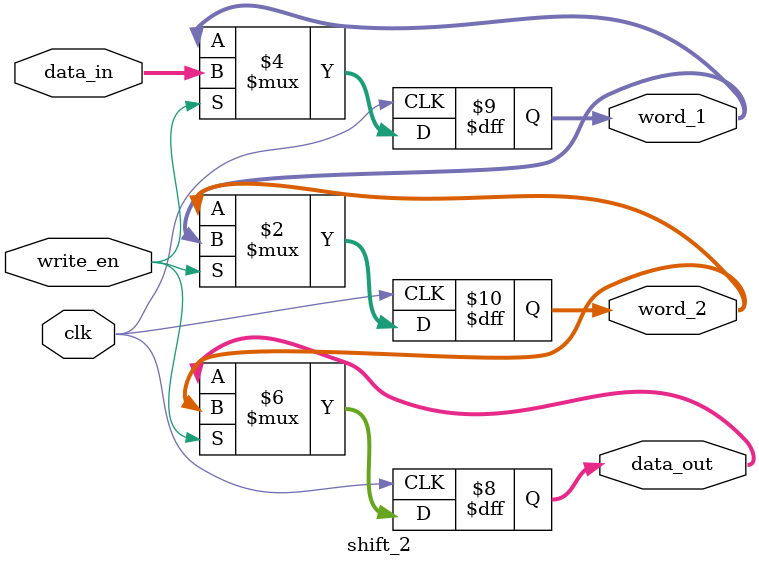
<source format=v>
module shift_2 (input  wire        write_en,
                input  wire        clk,
                input  wire [31:0] data_in,
                output reg  [31:0] data_out,
                output reg  [31:0] word_1,
                output reg  [31:0] word_2
                );

    always @ (negedge clk) begin
        
        if (write_en) begin
            data_out <= word_2;
            word_2 <= word_1;
            word_1 <= data_in;
        end
    end 
endmodule
</source>
